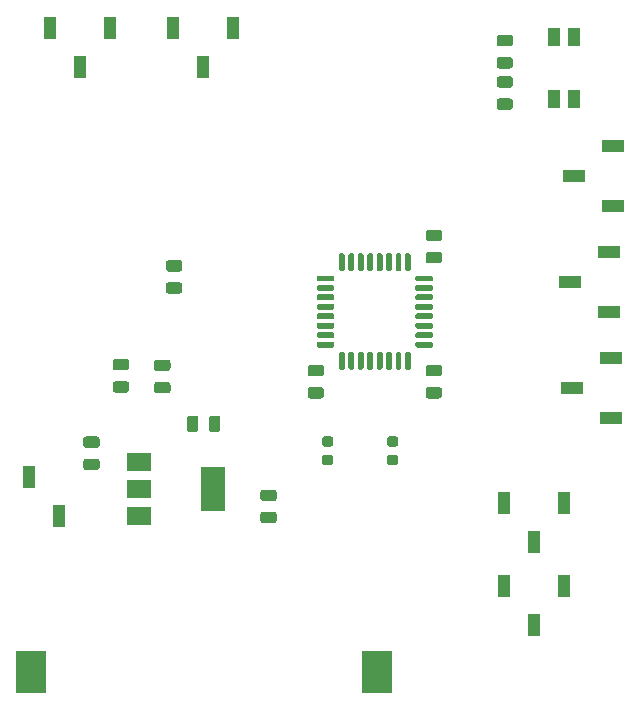
<source format=gbr>
%TF.GenerationSoftware,KiCad,Pcbnew,(5.1.6)-1*%
%TF.CreationDate,2021-01-08T17:07:44+01:00*%
%TF.ProjectId,stm32L412K8T6,73746d33-324c-4343-9132-4b3854362e6b,rev?*%
%TF.SameCoordinates,Original*%
%TF.FileFunction,Paste,Top*%
%TF.FilePolarity,Positive*%
%FSLAX46Y46*%
G04 Gerber Fmt 4.6, Leading zero omitted, Abs format (unit mm)*
G04 Created by KiCad (PCBNEW (5.1.6)-1) date 2021-01-08 17:07:44*
%MOMM*%
%LPD*%
G01*
G04 APERTURE LIST*
%ADD10R,1.900000X1.000000*%
%ADD11R,2.000000X1.500000*%
%ADD12R,2.000000X3.800000*%
%ADD13R,1.000000X1.550000*%
%ADD14R,1.000000X1.900000*%
%ADD15R,2.600000X3.600000*%
G04 APERTURE END LIST*
D10*
%TO.C,J8*%
X169150000Y-75040000D03*
X169150000Y-69960000D03*
X165850000Y-72500000D03*
%TD*%
%TO.C,J7*%
X168800000Y-84040000D03*
X168800000Y-78960000D03*
X165500000Y-81500000D03*
%TD*%
%TO.C,J3*%
X169000000Y-93000000D03*
X169000000Y-87920000D03*
X165700000Y-90460000D03*
%TD*%
D11*
%TO.C,U2*%
X129000000Y-96700000D03*
X129000000Y-101300000D03*
X129000000Y-99000000D03*
D12*
X135300000Y-99000000D03*
%TD*%
%TO.C,U1*%
G36*
G01*
X145450000Y-87050000D02*
X144200000Y-87050000D01*
G75*
G02*
X144075000Y-86925000I0J125000D01*
G01*
X144075000Y-86675000D01*
G75*
G02*
X144200000Y-86550000I125000J0D01*
G01*
X145450000Y-86550000D01*
G75*
G02*
X145575000Y-86675000I0J-125000D01*
G01*
X145575000Y-86925000D01*
G75*
G02*
X145450000Y-87050000I-125000J0D01*
G01*
G37*
G36*
G01*
X145450000Y-86250000D02*
X144200000Y-86250000D01*
G75*
G02*
X144075000Y-86125000I0J125000D01*
G01*
X144075000Y-85875000D01*
G75*
G02*
X144200000Y-85750000I125000J0D01*
G01*
X145450000Y-85750000D01*
G75*
G02*
X145575000Y-85875000I0J-125000D01*
G01*
X145575000Y-86125000D01*
G75*
G02*
X145450000Y-86250000I-125000J0D01*
G01*
G37*
G36*
G01*
X145450000Y-85450000D02*
X144200000Y-85450000D01*
G75*
G02*
X144075000Y-85325000I0J125000D01*
G01*
X144075000Y-85075000D01*
G75*
G02*
X144200000Y-84950000I125000J0D01*
G01*
X145450000Y-84950000D01*
G75*
G02*
X145575000Y-85075000I0J-125000D01*
G01*
X145575000Y-85325000D01*
G75*
G02*
X145450000Y-85450000I-125000J0D01*
G01*
G37*
G36*
G01*
X145450000Y-84650000D02*
X144200000Y-84650000D01*
G75*
G02*
X144075000Y-84525000I0J125000D01*
G01*
X144075000Y-84275000D01*
G75*
G02*
X144200000Y-84150000I125000J0D01*
G01*
X145450000Y-84150000D01*
G75*
G02*
X145575000Y-84275000I0J-125000D01*
G01*
X145575000Y-84525000D01*
G75*
G02*
X145450000Y-84650000I-125000J0D01*
G01*
G37*
G36*
G01*
X145450000Y-83850000D02*
X144200000Y-83850000D01*
G75*
G02*
X144075000Y-83725000I0J125000D01*
G01*
X144075000Y-83475000D01*
G75*
G02*
X144200000Y-83350000I125000J0D01*
G01*
X145450000Y-83350000D01*
G75*
G02*
X145575000Y-83475000I0J-125000D01*
G01*
X145575000Y-83725000D01*
G75*
G02*
X145450000Y-83850000I-125000J0D01*
G01*
G37*
G36*
G01*
X145450000Y-83050000D02*
X144200000Y-83050000D01*
G75*
G02*
X144075000Y-82925000I0J125000D01*
G01*
X144075000Y-82675000D01*
G75*
G02*
X144200000Y-82550000I125000J0D01*
G01*
X145450000Y-82550000D01*
G75*
G02*
X145575000Y-82675000I0J-125000D01*
G01*
X145575000Y-82925000D01*
G75*
G02*
X145450000Y-83050000I-125000J0D01*
G01*
G37*
G36*
G01*
X145450000Y-82250000D02*
X144200000Y-82250000D01*
G75*
G02*
X144075000Y-82125000I0J125000D01*
G01*
X144075000Y-81875000D01*
G75*
G02*
X144200000Y-81750000I125000J0D01*
G01*
X145450000Y-81750000D01*
G75*
G02*
X145575000Y-81875000I0J-125000D01*
G01*
X145575000Y-82125000D01*
G75*
G02*
X145450000Y-82250000I-125000J0D01*
G01*
G37*
G36*
G01*
X145450000Y-81450000D02*
X144200000Y-81450000D01*
G75*
G02*
X144075000Y-81325000I0J125000D01*
G01*
X144075000Y-81075000D01*
G75*
G02*
X144200000Y-80950000I125000J0D01*
G01*
X145450000Y-80950000D01*
G75*
G02*
X145575000Y-81075000I0J-125000D01*
G01*
X145575000Y-81325000D01*
G75*
G02*
X145450000Y-81450000I-125000J0D01*
G01*
G37*
G36*
G01*
X146325000Y-80575000D02*
X146075000Y-80575000D01*
G75*
G02*
X145950000Y-80450000I0J125000D01*
G01*
X145950000Y-79200000D01*
G75*
G02*
X146075000Y-79075000I125000J0D01*
G01*
X146325000Y-79075000D01*
G75*
G02*
X146450000Y-79200000I0J-125000D01*
G01*
X146450000Y-80450000D01*
G75*
G02*
X146325000Y-80575000I-125000J0D01*
G01*
G37*
G36*
G01*
X147125000Y-80575000D02*
X146875000Y-80575000D01*
G75*
G02*
X146750000Y-80450000I0J125000D01*
G01*
X146750000Y-79200000D01*
G75*
G02*
X146875000Y-79075000I125000J0D01*
G01*
X147125000Y-79075000D01*
G75*
G02*
X147250000Y-79200000I0J-125000D01*
G01*
X147250000Y-80450000D01*
G75*
G02*
X147125000Y-80575000I-125000J0D01*
G01*
G37*
G36*
G01*
X147925000Y-80575000D02*
X147675000Y-80575000D01*
G75*
G02*
X147550000Y-80450000I0J125000D01*
G01*
X147550000Y-79200000D01*
G75*
G02*
X147675000Y-79075000I125000J0D01*
G01*
X147925000Y-79075000D01*
G75*
G02*
X148050000Y-79200000I0J-125000D01*
G01*
X148050000Y-80450000D01*
G75*
G02*
X147925000Y-80575000I-125000J0D01*
G01*
G37*
G36*
G01*
X148725000Y-80575000D02*
X148475000Y-80575000D01*
G75*
G02*
X148350000Y-80450000I0J125000D01*
G01*
X148350000Y-79200000D01*
G75*
G02*
X148475000Y-79075000I125000J0D01*
G01*
X148725000Y-79075000D01*
G75*
G02*
X148850000Y-79200000I0J-125000D01*
G01*
X148850000Y-80450000D01*
G75*
G02*
X148725000Y-80575000I-125000J0D01*
G01*
G37*
G36*
G01*
X149525000Y-80575000D02*
X149275000Y-80575000D01*
G75*
G02*
X149150000Y-80450000I0J125000D01*
G01*
X149150000Y-79200000D01*
G75*
G02*
X149275000Y-79075000I125000J0D01*
G01*
X149525000Y-79075000D01*
G75*
G02*
X149650000Y-79200000I0J-125000D01*
G01*
X149650000Y-80450000D01*
G75*
G02*
X149525000Y-80575000I-125000J0D01*
G01*
G37*
G36*
G01*
X150325000Y-80575000D02*
X150075000Y-80575000D01*
G75*
G02*
X149950000Y-80450000I0J125000D01*
G01*
X149950000Y-79200000D01*
G75*
G02*
X150075000Y-79075000I125000J0D01*
G01*
X150325000Y-79075000D01*
G75*
G02*
X150450000Y-79200000I0J-125000D01*
G01*
X150450000Y-80450000D01*
G75*
G02*
X150325000Y-80575000I-125000J0D01*
G01*
G37*
G36*
G01*
X151125000Y-80575000D02*
X150875000Y-80575000D01*
G75*
G02*
X150750000Y-80450000I0J125000D01*
G01*
X150750000Y-79200000D01*
G75*
G02*
X150875000Y-79075000I125000J0D01*
G01*
X151125000Y-79075000D01*
G75*
G02*
X151250000Y-79200000I0J-125000D01*
G01*
X151250000Y-80450000D01*
G75*
G02*
X151125000Y-80575000I-125000J0D01*
G01*
G37*
G36*
G01*
X151925000Y-80575000D02*
X151675000Y-80575000D01*
G75*
G02*
X151550000Y-80450000I0J125000D01*
G01*
X151550000Y-79200000D01*
G75*
G02*
X151675000Y-79075000I125000J0D01*
G01*
X151925000Y-79075000D01*
G75*
G02*
X152050000Y-79200000I0J-125000D01*
G01*
X152050000Y-80450000D01*
G75*
G02*
X151925000Y-80575000I-125000J0D01*
G01*
G37*
G36*
G01*
X153800000Y-81450000D02*
X152550000Y-81450000D01*
G75*
G02*
X152425000Y-81325000I0J125000D01*
G01*
X152425000Y-81075000D01*
G75*
G02*
X152550000Y-80950000I125000J0D01*
G01*
X153800000Y-80950000D01*
G75*
G02*
X153925000Y-81075000I0J-125000D01*
G01*
X153925000Y-81325000D01*
G75*
G02*
X153800000Y-81450000I-125000J0D01*
G01*
G37*
G36*
G01*
X153800000Y-82250000D02*
X152550000Y-82250000D01*
G75*
G02*
X152425000Y-82125000I0J125000D01*
G01*
X152425000Y-81875000D01*
G75*
G02*
X152550000Y-81750000I125000J0D01*
G01*
X153800000Y-81750000D01*
G75*
G02*
X153925000Y-81875000I0J-125000D01*
G01*
X153925000Y-82125000D01*
G75*
G02*
X153800000Y-82250000I-125000J0D01*
G01*
G37*
G36*
G01*
X153800000Y-83050000D02*
X152550000Y-83050000D01*
G75*
G02*
X152425000Y-82925000I0J125000D01*
G01*
X152425000Y-82675000D01*
G75*
G02*
X152550000Y-82550000I125000J0D01*
G01*
X153800000Y-82550000D01*
G75*
G02*
X153925000Y-82675000I0J-125000D01*
G01*
X153925000Y-82925000D01*
G75*
G02*
X153800000Y-83050000I-125000J0D01*
G01*
G37*
G36*
G01*
X153800000Y-83850000D02*
X152550000Y-83850000D01*
G75*
G02*
X152425000Y-83725000I0J125000D01*
G01*
X152425000Y-83475000D01*
G75*
G02*
X152550000Y-83350000I125000J0D01*
G01*
X153800000Y-83350000D01*
G75*
G02*
X153925000Y-83475000I0J-125000D01*
G01*
X153925000Y-83725000D01*
G75*
G02*
X153800000Y-83850000I-125000J0D01*
G01*
G37*
G36*
G01*
X153800000Y-84650000D02*
X152550000Y-84650000D01*
G75*
G02*
X152425000Y-84525000I0J125000D01*
G01*
X152425000Y-84275000D01*
G75*
G02*
X152550000Y-84150000I125000J0D01*
G01*
X153800000Y-84150000D01*
G75*
G02*
X153925000Y-84275000I0J-125000D01*
G01*
X153925000Y-84525000D01*
G75*
G02*
X153800000Y-84650000I-125000J0D01*
G01*
G37*
G36*
G01*
X153800000Y-85450000D02*
X152550000Y-85450000D01*
G75*
G02*
X152425000Y-85325000I0J125000D01*
G01*
X152425000Y-85075000D01*
G75*
G02*
X152550000Y-84950000I125000J0D01*
G01*
X153800000Y-84950000D01*
G75*
G02*
X153925000Y-85075000I0J-125000D01*
G01*
X153925000Y-85325000D01*
G75*
G02*
X153800000Y-85450000I-125000J0D01*
G01*
G37*
G36*
G01*
X153800000Y-86250000D02*
X152550000Y-86250000D01*
G75*
G02*
X152425000Y-86125000I0J125000D01*
G01*
X152425000Y-85875000D01*
G75*
G02*
X152550000Y-85750000I125000J0D01*
G01*
X153800000Y-85750000D01*
G75*
G02*
X153925000Y-85875000I0J-125000D01*
G01*
X153925000Y-86125000D01*
G75*
G02*
X153800000Y-86250000I-125000J0D01*
G01*
G37*
G36*
G01*
X153800000Y-87050000D02*
X152550000Y-87050000D01*
G75*
G02*
X152425000Y-86925000I0J125000D01*
G01*
X152425000Y-86675000D01*
G75*
G02*
X152550000Y-86550000I125000J0D01*
G01*
X153800000Y-86550000D01*
G75*
G02*
X153925000Y-86675000I0J-125000D01*
G01*
X153925000Y-86925000D01*
G75*
G02*
X153800000Y-87050000I-125000J0D01*
G01*
G37*
G36*
G01*
X151925000Y-88925000D02*
X151675000Y-88925000D01*
G75*
G02*
X151550000Y-88800000I0J125000D01*
G01*
X151550000Y-87550000D01*
G75*
G02*
X151675000Y-87425000I125000J0D01*
G01*
X151925000Y-87425000D01*
G75*
G02*
X152050000Y-87550000I0J-125000D01*
G01*
X152050000Y-88800000D01*
G75*
G02*
X151925000Y-88925000I-125000J0D01*
G01*
G37*
G36*
G01*
X151125000Y-88925000D02*
X150875000Y-88925000D01*
G75*
G02*
X150750000Y-88800000I0J125000D01*
G01*
X150750000Y-87550000D01*
G75*
G02*
X150875000Y-87425000I125000J0D01*
G01*
X151125000Y-87425000D01*
G75*
G02*
X151250000Y-87550000I0J-125000D01*
G01*
X151250000Y-88800000D01*
G75*
G02*
X151125000Y-88925000I-125000J0D01*
G01*
G37*
G36*
G01*
X150325000Y-88925000D02*
X150075000Y-88925000D01*
G75*
G02*
X149950000Y-88800000I0J125000D01*
G01*
X149950000Y-87550000D01*
G75*
G02*
X150075000Y-87425000I125000J0D01*
G01*
X150325000Y-87425000D01*
G75*
G02*
X150450000Y-87550000I0J-125000D01*
G01*
X150450000Y-88800000D01*
G75*
G02*
X150325000Y-88925000I-125000J0D01*
G01*
G37*
G36*
G01*
X149525000Y-88925000D02*
X149275000Y-88925000D01*
G75*
G02*
X149150000Y-88800000I0J125000D01*
G01*
X149150000Y-87550000D01*
G75*
G02*
X149275000Y-87425000I125000J0D01*
G01*
X149525000Y-87425000D01*
G75*
G02*
X149650000Y-87550000I0J-125000D01*
G01*
X149650000Y-88800000D01*
G75*
G02*
X149525000Y-88925000I-125000J0D01*
G01*
G37*
G36*
G01*
X148725000Y-88925000D02*
X148475000Y-88925000D01*
G75*
G02*
X148350000Y-88800000I0J125000D01*
G01*
X148350000Y-87550000D01*
G75*
G02*
X148475000Y-87425000I125000J0D01*
G01*
X148725000Y-87425000D01*
G75*
G02*
X148850000Y-87550000I0J-125000D01*
G01*
X148850000Y-88800000D01*
G75*
G02*
X148725000Y-88925000I-125000J0D01*
G01*
G37*
G36*
G01*
X147925000Y-88925000D02*
X147675000Y-88925000D01*
G75*
G02*
X147550000Y-88800000I0J125000D01*
G01*
X147550000Y-87550000D01*
G75*
G02*
X147675000Y-87425000I125000J0D01*
G01*
X147925000Y-87425000D01*
G75*
G02*
X148050000Y-87550000I0J-125000D01*
G01*
X148050000Y-88800000D01*
G75*
G02*
X147925000Y-88925000I-125000J0D01*
G01*
G37*
G36*
G01*
X147125000Y-88925000D02*
X146875000Y-88925000D01*
G75*
G02*
X146750000Y-88800000I0J125000D01*
G01*
X146750000Y-87550000D01*
G75*
G02*
X146875000Y-87425000I125000J0D01*
G01*
X147125000Y-87425000D01*
G75*
G02*
X147250000Y-87550000I0J-125000D01*
G01*
X147250000Y-88800000D01*
G75*
G02*
X147125000Y-88925000I-125000J0D01*
G01*
G37*
G36*
G01*
X146325000Y-88925000D02*
X146075000Y-88925000D01*
G75*
G02*
X145950000Y-88800000I0J125000D01*
G01*
X145950000Y-87550000D01*
G75*
G02*
X146075000Y-87425000I125000J0D01*
G01*
X146325000Y-87425000D01*
G75*
G02*
X146450000Y-87550000I0J-125000D01*
G01*
X146450000Y-88800000D01*
G75*
G02*
X146325000Y-88925000I-125000J0D01*
G01*
G37*
%TD*%
D13*
%TO.C,SW1*%
X164150000Y-60750000D03*
X164150000Y-66000000D03*
X165850000Y-66000000D03*
X165850000Y-60750000D03*
%TD*%
%TO.C,R7*%
G36*
G01*
X160456250Y-65050000D02*
X159543750Y-65050000D01*
G75*
G02*
X159300000Y-64806250I0J243750D01*
G01*
X159300000Y-64318750D01*
G75*
G02*
X159543750Y-64075000I243750J0D01*
G01*
X160456250Y-64075000D01*
G75*
G02*
X160700000Y-64318750I0J-243750D01*
G01*
X160700000Y-64806250D01*
G75*
G02*
X160456250Y-65050000I-243750J0D01*
G01*
G37*
G36*
G01*
X160456250Y-66925000D02*
X159543750Y-66925000D01*
G75*
G02*
X159300000Y-66681250I0J243750D01*
G01*
X159300000Y-66193750D01*
G75*
G02*
X159543750Y-65950000I243750J0D01*
G01*
X160456250Y-65950000D01*
G75*
G02*
X160700000Y-66193750I0J-243750D01*
G01*
X160700000Y-66681250D01*
G75*
G02*
X160456250Y-66925000I-243750J0D01*
G01*
G37*
%TD*%
%TO.C,R6*%
G36*
G01*
X131543750Y-81512500D02*
X132456250Y-81512500D01*
G75*
G02*
X132700000Y-81756250I0J-243750D01*
G01*
X132700000Y-82243750D01*
G75*
G02*
X132456250Y-82487500I-243750J0D01*
G01*
X131543750Y-82487500D01*
G75*
G02*
X131300000Y-82243750I0J243750D01*
G01*
X131300000Y-81756250D01*
G75*
G02*
X131543750Y-81512500I243750J0D01*
G01*
G37*
G36*
G01*
X131543750Y-79637500D02*
X132456250Y-79637500D01*
G75*
G02*
X132700000Y-79881250I0J-243750D01*
G01*
X132700000Y-80368750D01*
G75*
G02*
X132456250Y-80612500I-243750J0D01*
G01*
X131543750Y-80612500D01*
G75*
G02*
X131300000Y-80368750I0J243750D01*
G01*
X131300000Y-79881250D01*
G75*
G02*
X131543750Y-79637500I243750J0D01*
G01*
G37*
%TD*%
%TO.C,R5*%
G36*
G01*
X139543750Y-100950000D02*
X140456250Y-100950000D01*
G75*
G02*
X140700000Y-101193750I0J-243750D01*
G01*
X140700000Y-101681250D01*
G75*
G02*
X140456250Y-101925000I-243750J0D01*
G01*
X139543750Y-101925000D01*
G75*
G02*
X139300000Y-101681250I0J243750D01*
G01*
X139300000Y-101193750D01*
G75*
G02*
X139543750Y-100950000I243750J0D01*
G01*
G37*
G36*
G01*
X139543750Y-99075000D02*
X140456250Y-99075000D01*
G75*
G02*
X140700000Y-99318750I0J-243750D01*
G01*
X140700000Y-99806250D01*
G75*
G02*
X140456250Y-100050000I-243750J0D01*
G01*
X139543750Y-100050000D01*
G75*
G02*
X139300000Y-99806250I0J243750D01*
G01*
X139300000Y-99318750D01*
G75*
G02*
X139543750Y-99075000I243750J0D01*
G01*
G37*
%TD*%
%TO.C,R4*%
G36*
G01*
X127956250Y-88987500D02*
X127043750Y-88987500D01*
G75*
G02*
X126800000Y-88743750I0J243750D01*
G01*
X126800000Y-88256250D01*
G75*
G02*
X127043750Y-88012500I243750J0D01*
G01*
X127956250Y-88012500D01*
G75*
G02*
X128200000Y-88256250I0J-243750D01*
G01*
X128200000Y-88743750D01*
G75*
G02*
X127956250Y-88987500I-243750J0D01*
G01*
G37*
G36*
G01*
X127956250Y-90862500D02*
X127043750Y-90862500D01*
G75*
G02*
X126800000Y-90618750I0J243750D01*
G01*
X126800000Y-90131250D01*
G75*
G02*
X127043750Y-89887500I243750J0D01*
G01*
X127956250Y-89887500D01*
G75*
G02*
X128200000Y-90131250I0J-243750D01*
G01*
X128200000Y-90618750D01*
G75*
G02*
X127956250Y-90862500I-243750J0D01*
G01*
G37*
%TD*%
%TO.C,R3*%
G36*
G01*
X131456250Y-89050000D02*
X130543750Y-89050000D01*
G75*
G02*
X130300000Y-88806250I0J243750D01*
G01*
X130300000Y-88318750D01*
G75*
G02*
X130543750Y-88075000I243750J0D01*
G01*
X131456250Y-88075000D01*
G75*
G02*
X131700000Y-88318750I0J-243750D01*
G01*
X131700000Y-88806250D01*
G75*
G02*
X131456250Y-89050000I-243750J0D01*
G01*
G37*
G36*
G01*
X131456250Y-90925000D02*
X130543750Y-90925000D01*
G75*
G02*
X130300000Y-90681250I0J243750D01*
G01*
X130300000Y-90193750D01*
G75*
G02*
X130543750Y-89950000I243750J0D01*
G01*
X131456250Y-89950000D01*
G75*
G02*
X131700000Y-90193750I0J-243750D01*
G01*
X131700000Y-90681250D01*
G75*
G02*
X131456250Y-90925000I-243750J0D01*
G01*
G37*
%TD*%
D14*
%TO.C,J6*%
X165040000Y-100200000D03*
X159960000Y-100200000D03*
X162500000Y-103500000D03*
%TD*%
%TO.C,J5*%
X137000000Y-60000000D03*
X131920000Y-60000000D03*
X134460000Y-63300000D03*
%TD*%
%TO.C,J4*%
X165040000Y-107200000D03*
X159960000Y-107200000D03*
X162500000Y-110500000D03*
%TD*%
%TO.C,J2*%
X126540000Y-60000000D03*
X121460000Y-60000000D03*
X124000000Y-63300000D03*
%TD*%
%TO.C,J1*%
X119730000Y-98000000D03*
X122270000Y-101300000D03*
%TD*%
%TO.C,D2*%
G36*
G01*
X159543750Y-62450000D02*
X160456250Y-62450000D01*
G75*
G02*
X160700000Y-62693750I0J-243750D01*
G01*
X160700000Y-63181250D01*
G75*
G02*
X160456250Y-63425000I-243750J0D01*
G01*
X159543750Y-63425000D01*
G75*
G02*
X159300000Y-63181250I0J243750D01*
G01*
X159300000Y-62693750D01*
G75*
G02*
X159543750Y-62450000I243750J0D01*
G01*
G37*
G36*
G01*
X159543750Y-60575000D02*
X160456250Y-60575000D01*
G75*
G02*
X160700000Y-60818750I0J-243750D01*
G01*
X160700000Y-61306250D01*
G75*
G02*
X160456250Y-61550000I-243750J0D01*
G01*
X159543750Y-61550000D01*
G75*
G02*
X159300000Y-61306250I0J243750D01*
G01*
X159300000Y-60818750D01*
G75*
G02*
X159543750Y-60575000I243750J0D01*
G01*
G37*
%TD*%
%TO.C,C7*%
G36*
G01*
X134950000Y-93956250D02*
X134950000Y-93043750D01*
G75*
G02*
X135193750Y-92800000I243750J0D01*
G01*
X135681250Y-92800000D01*
G75*
G02*
X135925000Y-93043750I0J-243750D01*
G01*
X135925000Y-93956250D01*
G75*
G02*
X135681250Y-94200000I-243750J0D01*
G01*
X135193750Y-94200000D01*
G75*
G02*
X134950000Y-93956250I0J243750D01*
G01*
G37*
G36*
G01*
X133075000Y-93956250D02*
X133075000Y-93043750D01*
G75*
G02*
X133318750Y-92800000I243750J0D01*
G01*
X133806250Y-92800000D01*
G75*
G02*
X134050000Y-93043750I0J-243750D01*
G01*
X134050000Y-93956250D01*
G75*
G02*
X133806250Y-94200000I-243750J0D01*
G01*
X133318750Y-94200000D01*
G75*
G02*
X133075000Y-93956250I0J243750D01*
G01*
G37*
%TD*%
%TO.C,C6*%
G36*
G01*
X125456250Y-95550000D02*
X124543750Y-95550000D01*
G75*
G02*
X124300000Y-95306250I0J243750D01*
G01*
X124300000Y-94818750D01*
G75*
G02*
X124543750Y-94575000I243750J0D01*
G01*
X125456250Y-94575000D01*
G75*
G02*
X125700000Y-94818750I0J-243750D01*
G01*
X125700000Y-95306250D01*
G75*
G02*
X125456250Y-95550000I-243750J0D01*
G01*
G37*
G36*
G01*
X125456250Y-97425000D02*
X124543750Y-97425000D01*
G75*
G02*
X124300000Y-97181250I0J243750D01*
G01*
X124300000Y-96693750D01*
G75*
G02*
X124543750Y-96450000I243750J0D01*
G01*
X125456250Y-96450000D01*
G75*
G02*
X125700000Y-96693750I0J-243750D01*
G01*
X125700000Y-97181250D01*
G75*
G02*
X125456250Y-97425000I-243750J0D01*
G01*
G37*
%TD*%
%TO.C,C5*%
G36*
G01*
X144456250Y-89487500D02*
X143543750Y-89487500D01*
G75*
G02*
X143300000Y-89243750I0J243750D01*
G01*
X143300000Y-88756250D01*
G75*
G02*
X143543750Y-88512500I243750J0D01*
G01*
X144456250Y-88512500D01*
G75*
G02*
X144700000Y-88756250I0J-243750D01*
G01*
X144700000Y-89243750D01*
G75*
G02*
X144456250Y-89487500I-243750J0D01*
G01*
G37*
G36*
G01*
X144456250Y-91362500D02*
X143543750Y-91362500D01*
G75*
G02*
X143300000Y-91118750I0J243750D01*
G01*
X143300000Y-90631250D01*
G75*
G02*
X143543750Y-90387500I243750J0D01*
G01*
X144456250Y-90387500D01*
G75*
G02*
X144700000Y-90631250I0J-243750D01*
G01*
X144700000Y-91118750D01*
G75*
G02*
X144456250Y-91362500I-243750J0D01*
G01*
G37*
%TD*%
%TO.C,C4*%
G36*
G01*
X144743750Y-96137500D02*
X145256250Y-96137500D01*
G75*
G02*
X145475000Y-96356250I0J-218750D01*
G01*
X145475000Y-96793750D01*
G75*
G02*
X145256250Y-97012500I-218750J0D01*
G01*
X144743750Y-97012500D01*
G75*
G02*
X144525000Y-96793750I0J218750D01*
G01*
X144525000Y-96356250D01*
G75*
G02*
X144743750Y-96137500I218750J0D01*
G01*
G37*
G36*
G01*
X144743750Y-94562500D02*
X145256250Y-94562500D01*
G75*
G02*
X145475000Y-94781250I0J-218750D01*
G01*
X145475000Y-95218750D01*
G75*
G02*
X145256250Y-95437500I-218750J0D01*
G01*
X144743750Y-95437500D01*
G75*
G02*
X144525000Y-95218750I0J218750D01*
G01*
X144525000Y-94781250D01*
G75*
G02*
X144743750Y-94562500I218750J0D01*
G01*
G37*
%TD*%
%TO.C,C3*%
G36*
G01*
X154456250Y-89487500D02*
X153543750Y-89487500D01*
G75*
G02*
X153300000Y-89243750I0J243750D01*
G01*
X153300000Y-88756250D01*
G75*
G02*
X153543750Y-88512500I243750J0D01*
G01*
X154456250Y-88512500D01*
G75*
G02*
X154700000Y-88756250I0J-243750D01*
G01*
X154700000Y-89243750D01*
G75*
G02*
X154456250Y-89487500I-243750J0D01*
G01*
G37*
G36*
G01*
X154456250Y-91362500D02*
X153543750Y-91362500D01*
G75*
G02*
X153300000Y-91118750I0J243750D01*
G01*
X153300000Y-90631250D01*
G75*
G02*
X153543750Y-90387500I243750J0D01*
G01*
X154456250Y-90387500D01*
G75*
G02*
X154700000Y-90631250I0J-243750D01*
G01*
X154700000Y-91118750D01*
G75*
G02*
X154456250Y-91362500I-243750J0D01*
G01*
G37*
%TD*%
%TO.C,C2*%
G36*
G01*
X150243750Y-96137500D02*
X150756250Y-96137500D01*
G75*
G02*
X150975000Y-96356250I0J-218750D01*
G01*
X150975000Y-96793750D01*
G75*
G02*
X150756250Y-97012500I-218750J0D01*
G01*
X150243750Y-97012500D01*
G75*
G02*
X150025000Y-96793750I0J218750D01*
G01*
X150025000Y-96356250D01*
G75*
G02*
X150243750Y-96137500I218750J0D01*
G01*
G37*
G36*
G01*
X150243750Y-94562500D02*
X150756250Y-94562500D01*
G75*
G02*
X150975000Y-94781250I0J-218750D01*
G01*
X150975000Y-95218750D01*
G75*
G02*
X150756250Y-95437500I-218750J0D01*
G01*
X150243750Y-95437500D01*
G75*
G02*
X150025000Y-95218750I0J218750D01*
G01*
X150025000Y-94781250D01*
G75*
G02*
X150243750Y-94562500I218750J0D01*
G01*
G37*
%TD*%
%TO.C,C1*%
G36*
G01*
X154456250Y-78050000D02*
X153543750Y-78050000D01*
G75*
G02*
X153300000Y-77806250I0J243750D01*
G01*
X153300000Y-77318750D01*
G75*
G02*
X153543750Y-77075000I243750J0D01*
G01*
X154456250Y-77075000D01*
G75*
G02*
X154700000Y-77318750I0J-243750D01*
G01*
X154700000Y-77806250D01*
G75*
G02*
X154456250Y-78050000I-243750J0D01*
G01*
G37*
G36*
G01*
X154456250Y-79925000D02*
X153543750Y-79925000D01*
G75*
G02*
X153300000Y-79681250I0J243750D01*
G01*
X153300000Y-79193750D01*
G75*
G02*
X153543750Y-78950000I243750J0D01*
G01*
X154456250Y-78950000D01*
G75*
G02*
X154700000Y-79193750I0J-243750D01*
G01*
X154700000Y-79681250D01*
G75*
G02*
X154456250Y-79925000I-243750J0D01*
G01*
G37*
%TD*%
D15*
%TO.C,BT1*%
X149150000Y-114500000D03*
X119850000Y-114500000D03*
%TD*%
M02*

</source>
